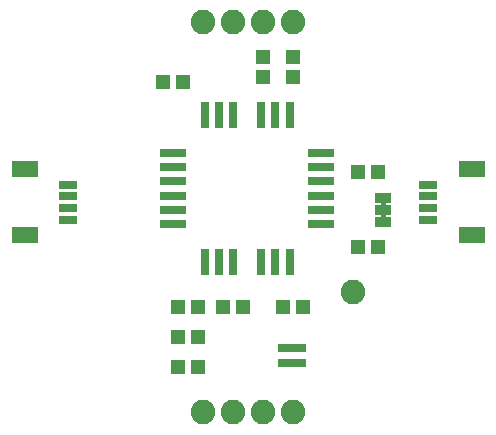
<source format=gts>
G75*
%MOIN*%
%OFA0B0*%
%FSLAX25Y25*%
%IPPOS*%
%LPD*%
%AMOC8*
5,1,8,0,0,1.08239X$1,22.5*
%
%ADD10C,0.08200*%
%ADD11R,0.05131X0.04737*%
%ADD12R,0.05800X0.03300*%
%ADD13C,0.00500*%
%ADD14R,0.08674X0.05524*%
%ADD15R,0.06115X0.03162*%
%ADD16R,0.08674X0.03162*%
%ADD17R,0.03162X0.08674*%
%ADD18R,0.04737X0.05131*%
%ADD19R,0.09658X0.02769*%
D10*
X0203333Y0100000D03*
X0213333Y0100000D03*
X0223333Y0100000D03*
X0233333Y0100000D03*
X0253333Y0140000D03*
X0233333Y0230000D03*
X0223333Y0230000D03*
X0213333Y0230000D03*
X0203333Y0230000D03*
D11*
X0194987Y0115000D03*
X0201680Y0115000D03*
X0201680Y0125000D03*
X0194987Y0125000D03*
X0194987Y0135000D03*
X0201680Y0135000D03*
X0209987Y0135000D03*
X0216680Y0135000D03*
X0229987Y0135000D03*
X0236680Y0135000D03*
X0254987Y0155000D03*
X0261680Y0155000D03*
X0261680Y0180000D03*
X0254987Y0180000D03*
X0196680Y0210000D03*
X0189987Y0210000D03*
D12*
X0263333Y0171500D03*
X0263333Y0167500D03*
X0263333Y0163500D03*
D13*
X0262833Y0164750D02*
X0262833Y0166250D01*
X0263833Y0166250D01*
X0263833Y0164750D01*
X0262833Y0164750D01*
X0262833Y0164777D02*
X0263833Y0164777D01*
X0263833Y0165275D02*
X0262833Y0165275D01*
X0262833Y0165774D02*
X0263833Y0165774D01*
X0263833Y0168750D02*
X0262833Y0168750D01*
X0262833Y0170250D01*
X0263833Y0170250D01*
X0263833Y0168750D01*
X0263833Y0168765D02*
X0262833Y0168765D01*
X0262833Y0169263D02*
X0263833Y0169263D01*
X0263833Y0169762D02*
X0262833Y0169762D01*
D14*
X0292802Y0158976D03*
X0292802Y0181024D03*
X0143865Y0181024D03*
X0143865Y0158976D03*
D15*
X0158333Y0164094D03*
X0158333Y0168031D03*
X0158333Y0171969D03*
X0158333Y0175906D03*
X0278333Y0175906D03*
X0278333Y0171969D03*
X0278333Y0168031D03*
X0278333Y0164094D03*
D16*
X0242546Y0162795D03*
X0242546Y0167520D03*
X0242546Y0172244D03*
X0242546Y0176969D03*
X0242546Y0181693D03*
X0242546Y0186417D03*
X0193333Y0186417D03*
X0193333Y0181693D03*
X0193333Y0176969D03*
X0193333Y0172244D03*
X0193333Y0167520D03*
X0193333Y0162795D03*
D17*
X0203766Y0150000D03*
X0208491Y0150000D03*
X0213215Y0150000D03*
X0222664Y0150000D03*
X0227388Y0150000D03*
X0232113Y0150000D03*
X0232113Y0199213D03*
X0227388Y0199213D03*
X0222664Y0199213D03*
X0213215Y0199213D03*
X0208491Y0199213D03*
X0203766Y0199213D03*
D18*
X0223333Y0211654D03*
X0223333Y0218346D03*
X0233333Y0218346D03*
X0233333Y0211654D03*
D19*
X0232782Y0121417D03*
X0232782Y0116575D03*
M02*

</source>
